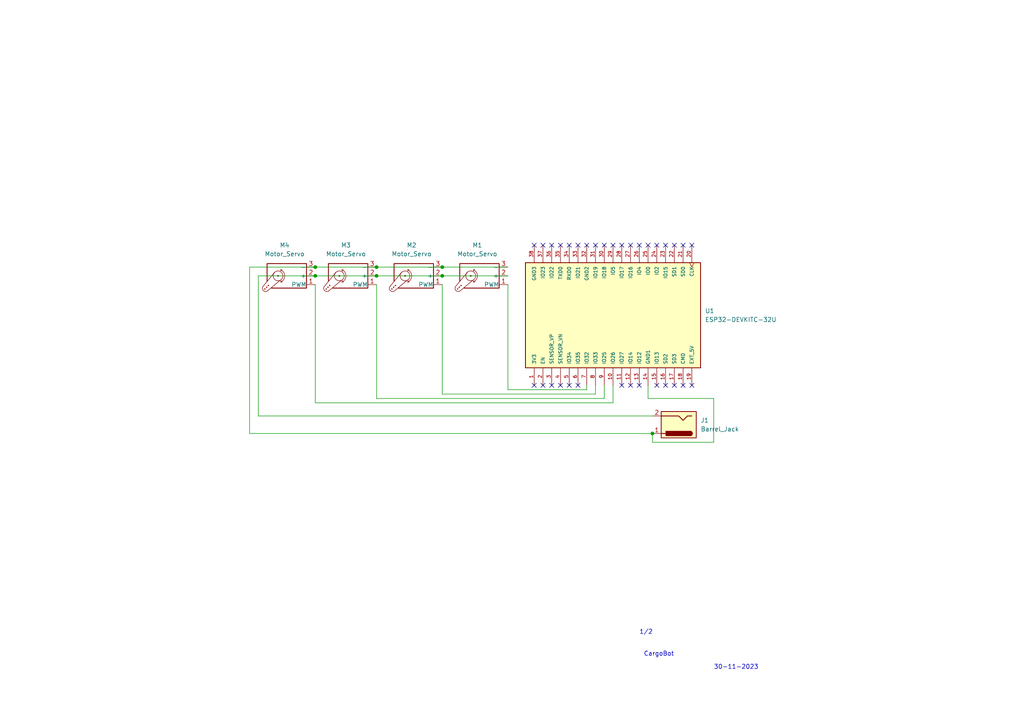
<source format=kicad_sch>
(kicad_sch (version 20230121) (generator eeschema)

  (uuid 8d04110b-d615-452c-9bbb-09beb1439423)

  (paper "A4")

  (lib_symbols
    (symbol "Connector:Barrel_Jack" (pin_names (offset 1.016)) (in_bom yes) (on_board yes)
      (property "Reference" "J" (at 0 5.334 0)
        (effects (font (size 1.27 1.27)))
      )
      (property "Value" "Barrel_Jack" (at 0 -5.08 0)
        (effects (font (size 1.27 1.27)))
      )
      (property "Footprint" "" (at 1.27 -1.016 0)
        (effects (font (size 1.27 1.27)) hide)
      )
      (property "Datasheet" "~" (at 1.27 -1.016 0)
        (effects (font (size 1.27 1.27)) hide)
      )
      (property "ki_keywords" "DC power barrel jack connector" (at 0 0 0)
        (effects (font (size 1.27 1.27)) hide)
      )
      (property "ki_description" "DC Barrel Jack" (at 0 0 0)
        (effects (font (size 1.27 1.27)) hide)
      )
      (property "ki_fp_filters" "BarrelJack*" (at 0 0 0)
        (effects (font (size 1.27 1.27)) hide)
      )
      (symbol "Barrel_Jack_0_1"
        (rectangle (start -5.08 3.81) (end 5.08 -3.81)
          (stroke (width 0.254) (type default))
          (fill (type background))
        )
        (arc (start -3.302 3.175) (mid -3.9343 2.54) (end -3.302 1.905)
          (stroke (width 0.254) (type default))
          (fill (type none))
        )
        (arc (start -3.302 3.175) (mid -3.9343 2.54) (end -3.302 1.905)
          (stroke (width 0.254) (type default))
          (fill (type outline))
        )
        (polyline
          (pts
            (xy 5.08 2.54)
            (xy 3.81 2.54)
          )
          (stroke (width 0.254) (type default))
          (fill (type none))
        )
        (polyline
          (pts
            (xy -3.81 -2.54)
            (xy -2.54 -2.54)
            (xy -1.27 -1.27)
            (xy 0 -2.54)
            (xy 2.54 -2.54)
            (xy 5.08 -2.54)
          )
          (stroke (width 0.254) (type default))
          (fill (type none))
        )
        (rectangle (start 3.683 3.175) (end -3.302 1.905)
          (stroke (width 0.254) (type default))
          (fill (type outline))
        )
      )
      (symbol "Barrel_Jack_1_1"
        (pin passive line (at 7.62 2.54 180) (length 2.54)
          (name "~" (effects (font (size 1.27 1.27))))
          (number "1" (effects (font (size 1.27 1.27))))
        )
        (pin passive line (at 7.62 -2.54 180) (length 2.54)
          (name "~" (effects (font (size 1.27 1.27))))
          (number "2" (effects (font (size 1.27 1.27))))
        )
      )
    )
    (symbol "ESP32-DEVKITC-32U:ESP32-DEVKITC-32U" (pin_names (offset 1.016)) (in_bom yes) (on_board yes)
      (property "Reference" "U" (at -15.2572 26.0643 0)
        (effects (font (size 1.27 1.27)) (justify left bottom))
      )
      (property "Value" "ESP32-DEVKITC-32U" (at -15.2563 -27.9698 0)
        (effects (font (size 1.27 1.27)) (justify left bottom))
      )
      (property "Footprint" "ESP32-DEVKITC-32U:MODULE_ESP32-DEVKITC-32U" (at 0 0 0)
        (effects (font (size 1.27 1.27)) (justify bottom) hide)
      )
      (property "Datasheet" "" (at 0 0 0)
        (effects (font (size 1.27 1.27)) hide)
      )
      (property "MF" "Espressif Systems" (at 0 0 0)
        (effects (font (size 1.27 1.27)) (justify bottom) hide)
      )
      (property "Description" "\nESP32-WROOM-32UE series Transceiver; 802.11 b/g/n (Wi-Fi, WiFi, WLAN), Bluetooth® Smart Ready 4.x Dual Mode Evaluation Board\n" (at 0 0 0)
        (effects (font (size 1.27 1.27)) (justify bottom) hide)
      )
      (property "Package" "CUSTOM-38 ESPRESSIF" (at 0 0 0)
        (effects (font (size 1.27 1.27)) (justify bottom) hide)
      )
      (property "Price" "None" (at 0 0 0)
        (effects (font (size 1.27 1.27)) (justify bottom) hide)
      )
      (property "Check_prices" "https://www.snapeda.com/parts/ESP32-DEVKITC-32U/Espressif+Systems/view-part/?ref=eda" (at 0 0 0)
        (effects (font (size 1.27 1.27)) (justify bottom) hide)
      )
      (property "STANDARD" "Manufacturer Recommendations" (at 0 0 0)
        (effects (font (size 1.27 1.27)) (justify bottom) hide)
      )
      (property "PARTREV" "N/A" (at 0 0 0)
        (effects (font (size 1.27 1.27)) (justify bottom) hide)
      )
      (property "SnapEDA_Link" "https://www.snapeda.com/parts/ESP32-DEVKITC-32U/Espressif+Systems/view-part/?ref=snap" (at 0 0 0)
        (effects (font (size 1.27 1.27)) (justify bottom) hide)
      )
      (property "MP" "ESP32-DEVKITC-32U" (at 0 0 0)
        (effects (font (size 1.27 1.27)) (justify bottom) hide)
      )
      (property "Purchase-URL" "https://www.snapeda.com/api/url_track_click_mouser/?unipart_id=2781909&manufacturer=Espressif Systems&part_name=ESP32-DEVKITC-32U&search_term=esp32 devkit" (at 0 0 0)
        (effects (font (size 1.27 1.27)) (justify bottom) hide)
      )
      (property "Availability" "In Stock" (at 0 0 0)
        (effects (font (size 1.27 1.27)) (justify bottom) hide)
      )
      (property "MANUFACTURER" "ESPRESSIF" (at 0 0 0)
        (effects (font (size 1.27 1.27)) (justify bottom) hide)
      )
      (symbol "ESP32-DEVKITC-32U_0_0"
        (rectangle (start -15.24 -25.4) (end 15.24 25.4)
          (stroke (width 0.254) (type default))
          (fill (type background))
        )
        (pin power_in line (at -20.32 22.86 0) (length 5.08)
          (name "3V3" (effects (font (size 1.016 1.016))))
          (number "1" (effects (font (size 1.016 1.016))))
        )
        (pin bidirectional line (at -20.32 0 0) (length 5.08)
          (name "IO26" (effects (font (size 1.016 1.016))))
          (number "10" (effects (font (size 1.016 1.016))))
        )
        (pin bidirectional line (at -20.32 -2.54 0) (length 5.08)
          (name "IO27" (effects (font (size 1.016 1.016))))
          (number "11" (effects (font (size 1.016 1.016))))
        )
        (pin bidirectional line (at -20.32 -5.08 0) (length 5.08)
          (name "IO14" (effects (font (size 1.016 1.016))))
          (number "12" (effects (font (size 1.016 1.016))))
        )
        (pin bidirectional line (at -20.32 -7.62 0) (length 5.08)
          (name "IO12" (effects (font (size 1.016 1.016))))
          (number "13" (effects (font (size 1.016 1.016))))
        )
        (pin power_in line (at -20.32 -10.16 0) (length 5.08)
          (name "GND1" (effects (font (size 1.016 1.016))))
          (number "14" (effects (font (size 1.016 1.016))))
        )
        (pin bidirectional line (at -20.32 -12.7 0) (length 5.08)
          (name "IO13" (effects (font (size 1.016 1.016))))
          (number "15" (effects (font (size 1.016 1.016))))
        )
        (pin bidirectional line (at -20.32 -15.24 0) (length 5.08)
          (name "SD2" (effects (font (size 1.016 1.016))))
          (number "16" (effects (font (size 1.016 1.016))))
        )
        (pin bidirectional line (at -20.32 -17.78 0) (length 5.08)
          (name "SD3" (effects (font (size 1.016 1.016))))
          (number "17" (effects (font (size 1.016 1.016))))
        )
        (pin bidirectional line (at -20.32 -20.32 0) (length 5.08)
          (name "CMD" (effects (font (size 1.016 1.016))))
          (number "18" (effects (font (size 1.016 1.016))))
        )
        (pin power_in line (at -20.32 -22.86 0) (length 5.08)
          (name "EXT_5V" (effects (font (size 1.016 1.016))))
          (number "19" (effects (font (size 1.016 1.016))))
        )
        (pin input line (at -20.32 20.32 0) (length 5.08)
          (name "EN" (effects (font (size 1.016 1.016))))
          (number "2" (effects (font (size 1.016 1.016))))
        )
        (pin input clock (at 20.32 -22.86 180) (length 5.08)
          (name "CLK" (effects (font (size 1.016 1.016))))
          (number "20" (effects (font (size 1.016 1.016))))
        )
        (pin bidirectional line (at 20.32 -20.32 180) (length 5.08)
          (name "SD0" (effects (font (size 1.016 1.016))))
          (number "21" (effects (font (size 1.016 1.016))))
        )
        (pin bidirectional line (at 20.32 -17.78 180) (length 5.08)
          (name "SD1" (effects (font (size 1.016 1.016))))
          (number "22" (effects (font (size 1.016 1.016))))
        )
        (pin bidirectional line (at 20.32 -15.24 180) (length 5.08)
          (name "IO15" (effects (font (size 1.016 1.016))))
          (number "23" (effects (font (size 1.016 1.016))))
        )
        (pin bidirectional line (at 20.32 -12.7 180) (length 5.08)
          (name "IO2" (effects (font (size 1.016 1.016))))
          (number "24" (effects (font (size 1.016 1.016))))
        )
        (pin bidirectional line (at 20.32 -10.16 180) (length 5.08)
          (name "IO0" (effects (font (size 1.016 1.016))))
          (number "25" (effects (font (size 1.016 1.016))))
        )
        (pin bidirectional line (at 20.32 -7.62 180) (length 5.08)
          (name "IO4" (effects (font (size 1.016 1.016))))
          (number "26" (effects (font (size 1.016 1.016))))
        )
        (pin bidirectional line (at 20.32 -5.08 180) (length 5.08)
          (name "IO16" (effects (font (size 1.016 1.016))))
          (number "27" (effects (font (size 1.016 1.016))))
        )
        (pin bidirectional line (at 20.32 -2.54 180) (length 5.08)
          (name "IO17" (effects (font (size 1.016 1.016))))
          (number "28" (effects (font (size 1.016 1.016))))
        )
        (pin bidirectional line (at 20.32 0 180) (length 5.08)
          (name "IO5" (effects (font (size 1.016 1.016))))
          (number "29" (effects (font (size 1.016 1.016))))
        )
        (pin input line (at -20.32 17.78 0) (length 5.08)
          (name "SENSOR_VP" (effects (font (size 1.016 1.016))))
          (number "3" (effects (font (size 1.016 1.016))))
        )
        (pin bidirectional line (at 20.32 2.54 180) (length 5.08)
          (name "IO18" (effects (font (size 1.016 1.016))))
          (number "30" (effects (font (size 1.016 1.016))))
        )
        (pin bidirectional line (at 20.32 5.08 180) (length 5.08)
          (name "IO19" (effects (font (size 1.016 1.016))))
          (number "31" (effects (font (size 1.016 1.016))))
        )
        (pin power_in line (at 20.32 7.62 180) (length 5.08)
          (name "GND2" (effects (font (size 1.016 1.016))))
          (number "32" (effects (font (size 1.016 1.016))))
        )
        (pin bidirectional line (at 20.32 10.16 180) (length 5.08)
          (name "IO21" (effects (font (size 1.016 1.016))))
          (number "33" (effects (font (size 1.016 1.016))))
        )
        (pin input line (at 20.32 12.7 180) (length 5.08)
          (name "RXD0" (effects (font (size 1.016 1.016))))
          (number "34" (effects (font (size 1.016 1.016))))
        )
        (pin output line (at 20.32 15.24 180) (length 5.08)
          (name "TXD0" (effects (font (size 1.016 1.016))))
          (number "35" (effects (font (size 1.016 1.016))))
        )
        (pin bidirectional line (at 20.32 17.78 180) (length 5.08)
          (name "IO22" (effects (font (size 1.016 1.016))))
          (number "36" (effects (font (size 1.016 1.016))))
        )
        (pin bidirectional line (at 20.32 20.32 180) (length 5.08)
          (name "IO23" (effects (font (size 1.016 1.016))))
          (number "37" (effects (font (size 1.016 1.016))))
        )
        (pin power_in line (at 20.32 22.86 180) (length 5.08)
          (name "GND3" (effects (font (size 1.016 1.016))))
          (number "38" (effects (font (size 1.016 1.016))))
        )
        (pin input line (at -20.32 15.24 0) (length 5.08)
          (name "SENSOR_VN" (effects (font (size 1.016 1.016))))
          (number "4" (effects (font (size 1.016 1.016))))
        )
        (pin bidirectional line (at -20.32 12.7 0) (length 5.08)
          (name "IO34" (effects (font (size 1.016 1.016))))
          (number "5" (effects (font (size 1.016 1.016))))
        )
        (pin bidirectional line (at -20.32 10.16 0) (length 5.08)
          (name "IO35" (effects (font (size 1.016 1.016))))
          (number "6" (effects (font (size 1.016 1.016))))
        )
        (pin bidirectional line (at -20.32 7.62 0) (length 5.08)
          (name "IO32" (effects (font (size 1.016 1.016))))
          (number "7" (effects (font (size 1.016 1.016))))
        )
        (pin bidirectional line (at -20.32 5.08 0) (length 5.08)
          (name "IO33" (effects (font (size 1.016 1.016))))
          (number "8" (effects (font (size 1.016 1.016))))
        )
        (pin bidirectional line (at -20.32 2.54 0) (length 5.08)
          (name "IO25" (effects (font (size 1.016 1.016))))
          (number "9" (effects (font (size 1.016 1.016))))
        )
      )
    )
    (symbol "Motor:Motor_Servo" (pin_names (offset 0.0254)) (in_bom yes) (on_board yes)
      (property "Reference" "M" (at -5.08 4.445 0)
        (effects (font (size 1.27 1.27)) (justify left))
      )
      (property "Value" "Motor_Servo" (at -5.08 -4.064 0)
        (effects (font (size 1.27 1.27)) (justify left top))
      )
      (property "Footprint" "" (at 0 -4.826 0)
        (effects (font (size 1.27 1.27)) hide)
      )
      (property "Datasheet" "http://forums.parallax.com/uploads/attachments/46831/74481.png" (at 0 -4.826 0)
        (effects (font (size 1.27 1.27)) hide)
      )
      (property "ki_keywords" "Servo Motor" (at 0 0 0)
        (effects (font (size 1.27 1.27)) hide)
      )
      (property "ki_description" "Servo Motor (Futaba, HiTec, JR connector)" (at 0 0 0)
        (effects (font (size 1.27 1.27)) hide)
      )
      (property "ki_fp_filters" "PinHeader*P2.54mm*" (at 0 0 0)
        (effects (font (size 1.27 1.27)) hide)
      )
      (symbol "Motor_Servo_0_1"
        (polyline
          (pts
            (xy 2.413 -1.778)
            (xy 2.032 -1.778)
          )
          (stroke (width 0) (type default))
          (fill (type none))
        )
        (polyline
          (pts
            (xy 2.413 -1.778)
            (xy 2.286 -1.397)
          )
          (stroke (width 0) (type default))
          (fill (type none))
        )
        (polyline
          (pts
            (xy 2.413 1.778)
            (xy 1.905 1.778)
          )
          (stroke (width 0) (type default))
          (fill (type none))
        )
        (polyline
          (pts
            (xy 2.413 1.778)
            (xy 2.286 1.397)
          )
          (stroke (width 0) (type default))
          (fill (type none))
        )
        (polyline
          (pts
            (xy 6.35 4.445)
            (xy 2.54 1.27)
          )
          (stroke (width 0) (type default))
          (fill (type none))
        )
        (polyline
          (pts
            (xy 7.62 3.175)
            (xy 4.191 -1.016)
          )
          (stroke (width 0) (type default))
          (fill (type none))
        )
        (polyline
          (pts
            (xy 5.08 3.556)
            (xy -5.08 3.556)
            (xy -5.08 -3.556)
            (xy 6.35 -3.556)
            (xy 6.35 1.524)
          )
          (stroke (width 0.254) (type default))
          (fill (type none))
        )
        (arc (start 2.413 1.778) (mid 1.2406 0) (end 2.413 -1.778)
          (stroke (width 0) (type default))
          (fill (type none))
        )
        (circle (center 3.175 0) (radius 0.1778)
          (stroke (width 0) (type default))
          (fill (type none))
        )
        (circle (center 3.175 0) (radius 1.4224)
          (stroke (width 0) (type default))
          (fill (type none))
        )
        (circle (center 5.969 2.794) (radius 0.127)
          (stroke (width 0) (type default))
          (fill (type none))
        )
        (circle (center 6.477 3.302) (radius 0.127)
          (stroke (width 0) (type default))
          (fill (type none))
        )
        (circle (center 6.985 3.81) (radius 0.127)
          (stroke (width 0) (type default))
          (fill (type none))
        )
        (arc (start 7.62 3.175) (mid 7.4485 4.2735) (end 6.35 4.445)
          (stroke (width 0) (type default))
          (fill (type none))
        )
      )
      (symbol "Motor_Servo_1_1"
        (pin passive line (at -7.62 2.54 0) (length 2.54)
          (name "PWM" (effects (font (size 1.27 1.27))))
          (number "1" (effects (font (size 1.27 1.27))))
        )
        (pin passive line (at -7.62 0 0) (length 2.54)
          (name "+" (effects (font (size 1.27 1.27))))
          (number "2" (effects (font (size 1.27 1.27))))
        )
        (pin passive line (at -7.62 -2.54 0) (length 2.54)
          (name "-" (effects (font (size 1.27 1.27))))
          (number "3" (effects (font (size 1.27 1.27))))
        )
      )
    )
  )

  (junction (at 128.27 77.47) (diameter 0) (color 0 0 0 0)
    (uuid 35b6feed-5f03-4c99-8974-a08e258ff8cf)
  )
  (junction (at 91.44 77.47) (diameter 0) (color 0 0 0 0)
    (uuid 5c10f759-38c7-4b16-9dde-42ace82a19b4)
  )
  (junction (at 109.22 77.47) (diameter 0) (color 0 0 0 0)
    (uuid 8a3031b8-079b-4f21-b2ea-99bbc2121b35)
  )
  (junction (at 91.44 80.01) (diameter 0) (color 0 0 0 0)
    (uuid 99378941-d684-4f93-b845-5a10bae7705a)
  )
  (junction (at 128.27 80.01) (diameter 0) (color 0 0 0 0)
    (uuid bd9acbde-6189-4e71-8ed6-94efec879e47)
  )
  (junction (at 109.22 80.01) (diameter 0) (color 0 0 0 0)
    (uuid dfefcd4f-8b0f-45e3-99bb-7c78fb8bf144)
  )
  (junction (at 189.23 125.73) (diameter 0) (color 0 0 0 0)
    (uuid e2730c5f-47ae-46df-994a-cd3703f65e8c)
  )

  (no_connect (at 172.72 71.12) (uuid 0124863e-b76b-4182-b883-7be2d9ff731a))
  (no_connect (at 157.48 71.12) (uuid 0ec8cfb0-3b7e-4a34-9d7c-da759bea0441))
  (no_connect (at 157.48 111.76) (uuid 2001b5b5-60a8-4817-b754-55b4b450a30c))
  (no_connect (at 200.66 71.12) (uuid 329b5456-1714-4867-ab8d-8ff2585ef895))
  (no_connect (at 200.66 111.76) (uuid 3539e576-0439-4781-aab6-7f50dcf57f24))
  (no_connect (at 185.42 71.12) (uuid 362dc397-4049-4f99-b625-57fa1fea9905))
  (no_connect (at 182.88 71.12) (uuid 3875a1a1-23cb-45ad-808b-20454a42b942))
  (no_connect (at 198.12 111.76) (uuid 38c49b31-7970-48a1-86b7-9a4460d9d09f))
  (no_connect (at 167.64 71.12) (uuid 4a8e984d-bca6-4703-8e1b-3f5ab6063f59))
  (no_connect (at 170.18 71.12) (uuid 4f611592-c7a3-4774-830a-9ed59d84af6b))
  (no_connect (at 187.96 71.12) (uuid 5a776607-c5ae-4404-973d-fe2077474c6c))
  (no_connect (at 154.94 111.76) (uuid 5b0c2836-7b8a-412e-a450-ad9a25232885))
  (no_connect (at 190.5 71.12) (uuid 5e81086e-56a1-4d4e-91f9-6ac8c4c53812))
  (no_connect (at 195.58 71.12) (uuid 63551791-3e8f-4c09-8cdf-d7ae712526eb))
  (no_connect (at 195.58 111.76) (uuid 689147d5-fd38-4eda-aeb8-ca529cb51ffd))
  (no_connect (at 193.04 71.12) (uuid 7b847d87-fe05-4d4b-846f-f244462a14d4))
  (no_connect (at 160.02 71.12) (uuid 7ba638a7-3924-4e57-8d0f-d4926ff922b1))
  (no_connect (at 160.02 111.76) (uuid 811e4672-d277-44bb-a7ef-c59fd7ff5273))
  (no_connect (at 180.34 111.76) (uuid 8365b21b-634c-4f79-ad4a-c83df4cd152b))
  (no_connect (at 185.42 111.76) (uuid 8d31b26e-d1a2-4ac6-90c9-0f0bb98151c8))
  (no_connect (at 190.5 111.76) (uuid 98c1d753-4c2a-428c-878d-f4ed37a0a211))
  (no_connect (at 165.1 71.12) (uuid a64d63e2-30e8-430f-ad81-dfa92ffbed35))
  (no_connect (at 182.88 111.76) (uuid ad79d7eb-7cbe-44d8-adf3-c7c3ef018d85))
  (no_connect (at 177.8 71.12) (uuid af09b2d9-b88a-4f22-b6d2-1623caecf7a0))
  (no_connect (at 198.12 71.12) (uuid b04ab987-2984-4b28-acca-84ba6e565575))
  (no_connect (at 193.04 111.76) (uuid c43dbd23-0f5d-4499-9d15-c665d9aa3e9a))
  (no_connect (at 162.56 71.12) (uuid d1d71e5a-210f-47d5-95a5-2518db02980b))
  (no_connect (at 175.26 71.12) (uuid d98aa5bb-96c5-4f15-9f8b-58196b99ce30))
  (no_connect (at 154.94 71.12) (uuid df66c37f-ad8c-4587-89f2-d1b74ffd994f))
  (no_connect (at 167.64 111.76) (uuid e6c979a4-1f0a-46a0-ab10-1dac05a17c44))
  (no_connect (at 162.56 111.76) (uuid f170a719-ff4f-44c2-9798-81dcdbbf2fee))
  (no_connect (at 180.34 71.12) (uuid f3cca7a9-51d2-4d78-9cd9-00dd54f253e8))
  (no_connect (at 165.1 111.76) (uuid fb566e2c-1f51-465b-bbb5-19b735105a49))

  (wire (pts (xy 207.01 115.57) (xy 207.01 128.27))
    (stroke (width 0) (type default))
    (uuid 08a04f9f-f645-41b3-9de2-79249d8f0816)
  )
  (wire (pts (xy 72.39 125.73) (xy 189.23 125.73))
    (stroke (width 0) (type default))
    (uuid 2d621565-fe35-4ba7-a1fb-b40d9df38a15)
  )
  (wire (pts (xy 91.44 80.01) (xy 74.93 80.01))
    (stroke (width 0) (type default))
    (uuid 2e5874d8-7b27-4a56-a3ec-3e8e40fa4e3d)
  )
  (wire (pts (xy 147.32 82.55) (xy 147.32 113.03))
    (stroke (width 0) (type default))
    (uuid 32aec39a-6718-4367-9945-f0a1c0abf628)
  )
  (wire (pts (xy 109.22 80.01) (xy 91.44 80.01))
    (stroke (width 0) (type default))
    (uuid 3bb97316-fbab-4c20-86fa-1029f941a09b)
  )
  (wire (pts (xy 72.39 77.47) (xy 91.44 77.47))
    (stroke (width 0) (type default))
    (uuid 3ce91a6c-a752-4d37-a683-a30797141094)
  )
  (wire (pts (xy 109.22 77.47) (xy 128.27 77.47))
    (stroke (width 0) (type default))
    (uuid 44b22a8b-a305-4a88-8dc0-4357bcf9e0ad)
  )
  (wire (pts (xy 128.27 80.01) (xy 109.22 80.01))
    (stroke (width 0) (type default))
    (uuid 4f1dbea2-5479-4844-8798-97527fdf7c49)
  )
  (wire (pts (xy 172.72 111.76) (xy 172.72 114.3))
    (stroke (width 0) (type default))
    (uuid 517b4e8b-9bc4-47c0-8337-d4084453a053)
  )
  (wire (pts (xy 74.93 120.65) (xy 189.23 120.65))
    (stroke (width 0) (type default))
    (uuid 59003345-d2a5-4361-ada4-65768926341b)
  )
  (wire (pts (xy 74.93 80.01) (xy 74.93 120.65))
    (stroke (width 0) (type default))
    (uuid 62b85301-416f-411d-b1b4-5890135cfb08)
  )
  (wire (pts (xy 187.96 115.57) (xy 207.01 115.57))
    (stroke (width 0) (type default))
    (uuid 66a400de-94be-4694-805f-c04499527c09)
  )
  (wire (pts (xy 128.27 77.47) (xy 147.32 77.47))
    (stroke (width 0) (type default))
    (uuid 68c33163-1bcd-4f78-a44e-57fe758b603f)
  )
  (wire (pts (xy 109.22 82.55) (xy 109.22 115.57))
    (stroke (width 0) (type default))
    (uuid 70f80867-9f96-43c1-a4b3-c09856ba6cb6)
  )
  (wire (pts (xy 207.01 128.27) (xy 189.23 128.27))
    (stroke (width 0) (type default))
    (uuid 78148b6d-f82e-4e6d-9f3c-3c571cb392b8)
  )
  (wire (pts (xy 177.8 111.76) (xy 177.8 116.84))
    (stroke (width 0) (type default))
    (uuid 9c60c2d2-f10b-4860-8fed-69bff07afa5f)
  )
  (wire (pts (xy 128.27 114.3) (xy 128.27 82.55))
    (stroke (width 0) (type default))
    (uuid 9e127126-3bb3-4ae2-84fb-3e2691c517b2)
  )
  (wire (pts (xy 91.44 77.47) (xy 109.22 77.47))
    (stroke (width 0) (type default))
    (uuid bfc8dfa7-505b-4d2b-90b3-fb11916a7874)
  )
  (wire (pts (xy 189.23 125.73) (xy 189.23 128.27))
    (stroke (width 0) (type default))
    (uuid c34e6f7c-80b6-439b-ae75-6cb810ade3e9)
  )
  (wire (pts (xy 170.18 113.03) (xy 170.18 111.76))
    (stroke (width 0) (type default))
    (uuid cc93061f-25b4-4520-b2f0-a103beaa936a)
  )
  (wire (pts (xy 147.32 80.01) (xy 128.27 80.01))
    (stroke (width 0) (type default))
    (uuid d457d402-3151-4b43-bbe3-9513513c8a5e)
  )
  (wire (pts (xy 72.39 77.47) (xy 72.39 125.73))
    (stroke (width 0) (type default))
    (uuid d5e44d07-db38-49e7-b686-4e652779cdbb)
  )
  (wire (pts (xy 177.8 116.84) (xy 91.44 116.84))
    (stroke (width 0) (type default))
    (uuid d61acae6-be70-4756-ba9d-7f76da7b708e)
  )
  (wire (pts (xy 109.22 115.57) (xy 175.26 115.57))
    (stroke (width 0) (type default))
    (uuid de55a6fa-8bc1-4964-be70-9ae3396b023b)
  )
  (wire (pts (xy 172.72 114.3) (xy 128.27 114.3))
    (stroke (width 0) (type default))
    (uuid e71cc9b8-ce2d-483c-96ea-f7d773ea5dc6)
  )
  (wire (pts (xy 91.44 116.84) (xy 91.44 82.55))
    (stroke (width 0) (type default))
    (uuid e8a618a0-dc9a-4a29-92a0-d9b79a8363bd)
  )
  (wire (pts (xy 175.26 115.57) (xy 175.26 111.76))
    (stroke (width 0) (type default))
    (uuid f34e0204-33c8-4be7-9e97-764d968a6fb4)
  )
  (wire (pts (xy 187.96 111.76) (xy 187.96 115.57))
    (stroke (width 0) (type default))
    (uuid f5da45f8-a2ab-463a-b9b2-ca8d01029c94)
  )
  (wire (pts (xy 147.32 113.03) (xy 170.18 113.03))
    (stroke (width 0) (type default))
    (uuid fbb7c6f2-10ab-4be6-be72-054353ee896c)
  )

  (text "1/2" (at 185.42 184.15 0)
    (effects (font (size 1.27 1.27)) (justify left bottom))
    (uuid 223186d9-6b41-465f-bed8-e9727f9083a1)
  )
  (text "CargoBot" (at 186.69 190.5 0)
    (effects (font (size 1.27 1.27)) (justify left bottom))
    (uuid 8f3f8bb9-daa3-4123-9724-a69464a4265d)
  )
  (text "30-11-2023" (at 207.01 194.31 0)
    (effects (font (size 1.27 1.27)) (justify left bottom))
    (uuid 99af02b2-7023-47ad-9d68-93be006f1188)
  )

  (symbol (lib_id "Motor:Motor_Servo") (at 83.82 80.01 180) (unit 1)
    (in_bom yes) (on_board yes) (dnp no) (fields_autoplaced)
    (uuid 12b189f8-5f9c-44eb-80a8-38fb44d0d352)
    (property "Reference" "M4" (at 82.5611 71.12 0)
      (effects (font (size 1.27 1.27)))
    )
    (property "Value" "Motor_Servo" (at 82.5611 73.66 0)
      (effects (font (size 1.27 1.27)))
    )
    (property "Footprint" "Connector_PinHeader_2.54mm:PinHeader_1x03_P2.54mm_Vertical" (at 83.82 75.184 0)
      (effects (font (size 1.27 1.27)) hide)
    )
    (property "Datasheet" "http://forums.parallax.com/uploads/attachments/46831/74481.png" (at 83.82 75.184 0)
      (effects (font (size 1.27 1.27)) hide)
    )
    (pin "2" (uuid 2589fc78-ae4c-4ec7-bf45-c0a6da4f019d))
    (pin "1" (uuid f835b6ee-80f5-4cb7-9988-0ce3737fd07a))
    (pin "3" (uuid c16bbc9c-3525-458b-83e3-8c645fc1a7ff))
    (instances
      (project "cargobot"
        (path "/8d04110b-d615-452c-9bbb-09beb1439423"
          (reference "M4") (unit 1)
        )
      )
    )
  )

  (symbol (lib_id "Connector:Barrel_Jack") (at 196.85 123.19 180) (unit 1)
    (in_bom yes) (on_board yes) (dnp no) (fields_autoplaced)
    (uuid 1a1ab060-c04c-46dd-ac40-547b77635474)
    (property "Reference" "J1" (at 203.2 121.92 0)
      (effects (font (size 1.27 1.27)) (justify right))
    )
    (property "Value" "Barrel_Jack" (at 203.2 124.46 0)
      (effects (font (size 1.27 1.27)) (justify right))
    )
    (property "Footprint" "Connector_PinSocket_2.54mm:PinSocket_1x02_P2.54mm_Vertical" (at 195.58 122.174 0)
      (effects (font (size 1.27 1.27)) hide)
    )
    (property "Datasheet" "~" (at 195.58 122.174 0)
      (effects (font (size 1.27 1.27)) hide)
    )
    (pin "1" (uuid 38debd0a-16d0-4e26-a051-673092e74041))
    (pin "2" (uuid 405d0482-103f-48dd-8bf9-629a3971a19c))
    (instances
      (project "cargobot"
        (path "/8d04110b-d615-452c-9bbb-09beb1439423"
          (reference "J1") (unit 1)
        )
      )
    )
  )

  (symbol (lib_id "Motor:Motor_Servo") (at 101.6 80.01 180) (unit 1)
    (in_bom yes) (on_board yes) (dnp no) (fields_autoplaced)
    (uuid 1a4bb463-31a8-4811-9ccf-eec62011a361)
    (property "Reference" "M3" (at 100.3411 71.12 0)
      (effects (font (size 1.27 1.27)))
    )
    (property "Value" "Motor_Servo" (at 100.3411 73.66 0)
      (effects (font (size 1.27 1.27)))
    )
    (property "Footprint" "Connector_PinHeader_2.54mm:PinHeader_1x03_P2.54mm_Vertical" (at 101.6 75.184 0)
      (effects (font (size 1.27 1.27)) hide)
    )
    (property "Datasheet" "http://forums.parallax.com/uploads/attachments/46831/74481.png" (at 101.6 75.184 0)
      (effects (font (size 1.27 1.27)) hide)
    )
    (pin "2" (uuid 15f07fff-483f-4cfd-be5d-29cdc0619c6b))
    (pin "1" (uuid 2e38e0c8-3fc9-42d2-94b7-37ea72b47314))
    (pin "3" (uuid a502fb33-133f-4c2b-9f21-0db23f9f9fd2))
    (instances
      (project "cargobot"
        (path "/8d04110b-d615-452c-9bbb-09beb1439423"
          (reference "M3") (unit 1)
        )
      )
    )
  )

  (symbol (lib_id "ESP32-DEVKITC-32U:ESP32-DEVKITC-32U") (at 177.8 91.44 90) (unit 1)
    (in_bom yes) (on_board yes) (dnp no) (fields_autoplaced)
    (uuid 7530c648-ecc9-4b33-ba5c-bebf79b6b50f)
    (property "Reference" "U1" (at 204.47 90.17 90)
      (effects (font (size 1.27 1.27)) (justify right))
    )
    (property "Value" "ESP32-DEVKITC-32U" (at 204.47 92.71 90)
      (effects (font (size 1.27 1.27)) (justify right))
    )
    (property "Footprint" "ESP32-DEVKITC-32U:MODULE_ESP32-DEVKITC-32U" (at 177.8 91.44 0)
      (effects (font (size 1.27 1.27)) (justify bottom) hide)
    )
    (property "Datasheet" "" (at 177.8 91.44 0)
      (effects (font (size 1.27 1.27)) hide)
    )
    (property "MF" "Espressif Systems" (at 177.8 91.44 0)
      (effects (font (size 1.27 1.27)) (justify bottom) hide)
    )
    (property "Description" "\nESP32-WROOM-32UE series Transceiver; 802.11 b/g/n (Wi-Fi, WiFi, WLAN), Bluetooth® Smart Ready 4.x Dual Mode Evaluation Board\n" (at 177.8 91.44 0)
      (effects (font (size 1.27 1.27)) (justify bottom) hide)
    )
    (property "Package" "CUSTOM-38 ESPRESSIF" (at 177.8 91.44 0)
      (effects (font (size 1.27 1.27)) (justify bottom) hide)
    )
    (property "Price" "None" (at 177.8 91.44 0)
      (effects (font (size 1.27 1.27)) (justify bottom) hide)
    )
    (property "Check_prices" "https://www.snapeda.com/parts/ESP32-DEVKITC-32U/Espressif+Systems/view-part/?ref=eda" (at 177.8 91.44 0)
      (effects (font (size 1.27 1.27)) (justify bottom) hide)
    )
    (property "STANDARD" "Manufacturer Recommendations" (at 177.8 91.44 0)
      (effects (font (size 1.27 1.27)) (justify bottom) hide)
    )
    (property "PARTREV" "N/A" (at 177.8 91.44 0)
      (effects (font (size 1.27 1.27)) (justify bottom) hide)
    )
    (property "SnapEDA_Link" "https://www.snapeda.com/parts/ESP32-DEVKITC-32U/Espressif+Systems/view-part/?ref=snap" (at 177.8 91.44 0)
      (effects (font (size 1.27 1.27)) (justify bottom) hide)
    )
    (property "MP" "ESP32-DEVKITC-32U" (at 177.8 91.44 0)
      (effects (font (size 1.27 1.27)) (justify bottom) hide)
    )
    (property "Purchase-URL" "https://www.snapeda.com/api/url_track_click_mouser/?unipart_id=2781909&manufacturer=Espressif Systems&part_name=ESP32-DEVKITC-32U&search_term=esp32 devkit" (at 177.8 91.44 0)
      (effects (font (size 1.27 1.27)) (justify bottom) hide)
    )
    (property "Availability" "In Stock" (at 177.8 91.44 0)
      (effects (font (size 1.27 1.27)) (justify bottom) hide)
    )
    (property "MANUFACTURER" "ESPRESSIF" (at 177.8 91.44 0)
      (effects (font (size 1.27 1.27)) (justify bottom) hide)
    )
    (pin "29" (uuid 98b6bbec-4eda-45a9-88a5-5bf75146f96c))
    (pin "12" (uuid 4558d4de-b0d4-4500-82f6-5d8d7afc3ab8))
    (pin "11" (uuid b14ceb0a-9cf6-411b-a6c4-7571f5084ae2))
    (pin "24" (uuid 9f9120e7-d4a7-4336-99db-a20fff53a40a))
    (pin "32" (uuid 94455517-b013-45d2-b8d9-1cf9896eda2b))
    (pin "27" (uuid 39883606-a357-4dab-b35c-5450060707fc))
    (pin "37" (uuid da81fdf3-04f8-4db2-8859-3c7c7b964a7b))
    (pin "25" (uuid 6e2caf7f-6f92-402e-ba75-dd27e6da89fd))
    (pin "26" (uuid b9ded13b-4a32-4b28-9ef1-e0e46024ff6c))
    (pin "38" (uuid b550d3f8-c250-4763-a526-ad62f39e3ecb))
    (pin "22" (uuid a7b4c37a-165d-4703-ba87-90af4483d8aa))
    (pin "23" (uuid 3857704b-e0cc-46b6-928f-11d67857fa44))
    (pin "10" (uuid e525f0f6-5c08-4681-a0ef-8511187ac786))
    (pin "33" (uuid 04e261fa-9312-4dea-8935-47c1376676f7))
    (pin "8" (uuid d3112f05-d09b-4fc9-9213-4654d24e7936))
    (pin "2" (uuid 85dd70f6-574e-49ab-b65e-e76ed0cd291c))
    (pin "7" (uuid 15a40a78-e338-4d6b-a200-277ae1baa229))
    (pin "9" (uuid e4a333b6-62ed-4a1b-b384-63b4a79dab0d))
    (pin "5" (uuid 30591e31-9514-4e7c-b029-f6e7639fa8b2))
    (pin "36" (uuid 297d013a-6def-4ef7-bd93-79dadfce91c2))
    (pin "15" (uuid b7264ee6-cf0f-4344-8bc9-3c757b29fb14))
    (pin "21" (uuid 2b010a70-3149-47f1-9254-b3aa44428e7b))
    (pin "34" (uuid 45c7a0d4-899d-4210-8cba-3ccf8d1bd47f))
    (pin "30" (uuid 3ffe6fc1-e646-4f1a-90ca-2643c1f9bf5d))
    (pin "19" (uuid a387603a-52a4-4436-b0b5-af87ace62cf5))
    (pin "13" (uuid 42c76574-2785-45c5-bdf8-29d04f78c890))
    (pin "14" (uuid 04156a41-1bb5-4ec2-aa4b-5064b94d7bc4))
    (pin "16" (uuid 2fd5912c-f6b9-48fc-a93d-32ab665e5013))
    (pin "1" (uuid d11702b7-01ec-4328-802f-82483040c564))
    (pin "4" (uuid 3239abeb-ab04-4b17-a25e-5b657f76514b))
    (pin "3" (uuid 39efa356-819e-4d28-b7c1-307680398df3))
    (pin "35" (uuid 2c710315-c5f1-4c6e-9158-f5229efebba8))
    (pin "17" (uuid 193d64cb-dcbe-48b6-bc21-d6744be0aff9))
    (pin "18" (uuid 0c8eb244-da6e-41ff-8128-f3f75e3047ca))
    (pin "20" (uuid e8bf31b5-51bf-4551-b568-395d944a20d5))
    (pin "28" (uuid c0229321-e7a0-42aa-9bd2-06e2163912ec))
    (pin "31" (uuid 9afa29f9-9c22-4b31-bb1b-0fa590aff5ad))
    (pin "6" (uuid 0572a0ae-ee1b-4521-8ffe-69323437b7df))
    (instances
      (project "cargobot"
        (path "/8d04110b-d615-452c-9bbb-09beb1439423"
          (reference "U1") (unit 1)
        )
      )
    )
  )

  (symbol (lib_id "Motor:Motor_Servo") (at 120.65 80.01 180) (unit 1)
    (in_bom yes) (on_board yes) (dnp no) (fields_autoplaced)
    (uuid ca9672f7-0dc9-4798-bf35-cf89b4629b6d)
    (property "Reference" "M2" (at 119.3911 71.12 0)
      (effects (font (size 1.27 1.27)))
    )
    (property "Value" "Motor_Servo" (at 119.3911 73.66 0)
      (effects (font (size 1.27 1.27)))
    )
    (property "Footprint" "Connector_PinHeader_2.54mm:PinHeader_1x03_P2.54mm_Vertical" (at 120.65 75.184 0)
      (effects (font (size 1.27 1.27)) hide)
    )
    (property "Datasheet" "http://forums.parallax.com/uploads/attachments/46831/74481.png" (at 120.65 75.184 0)
      (effects (font (size 1.27 1.27)) hide)
    )
    (pin "2" (uuid 5304ad88-78f4-49b6-bd7f-80f291ccd927))
    (pin "1" (uuid d3d7d05c-a348-4265-822c-00f3cb3e07d6))
    (pin "3" (uuid fecb6200-1a0f-4346-9d2b-a5145a353853))
    (instances
      (project "cargobot"
        (path "/8d04110b-d615-452c-9bbb-09beb1439423"
          (reference "M2") (unit 1)
        )
      )
    )
  )

  (symbol (lib_id "Motor:Motor_Servo") (at 139.7 80.01 180) (unit 1)
    (in_bom yes) (on_board yes) (dnp no) (fields_autoplaced)
    (uuid ccf7557d-8b87-42a6-bbce-cfd10bd9d2a7)
    (property "Reference" "M1" (at 138.4411 71.12 0)
      (effects (font (size 1.27 1.27)))
    )
    (property "Value" "Motor_Servo" (at 138.4411 73.66 0)
      (effects (font (size 1.27 1.27)))
    )
    (property "Footprint" "Connector_PinHeader_2.54mm:PinHeader_1x03_P2.54mm_Vertical" (at 139.7 75.184 0)
      (effects (font (size 1.27 1.27)) hide)
    )
    (property "Datasheet" "http://forums.parallax.com/uploads/attachments/46831/74481.png" (at 139.7 75.184 0)
      (effects (font (size 1.27 1.27)) hide)
    )
    (pin "2" (uuid f26e7d90-7017-4a6f-b6f8-7e962a00ddeb))
    (pin "1" (uuid c3b62e2d-f294-473a-9899-85bf35725bc1))
    (pin "3" (uuid 46d1fc70-6fc8-47c1-aff9-126404f146c4))
    (instances
      (project "cargobot"
        (path "/8d04110b-d615-452c-9bbb-09beb1439423"
          (reference "M1") (unit 1)
        )
      )
    )
  )

  (sheet_instances
    (path "/" (page "1"))
  )
)

</source>
